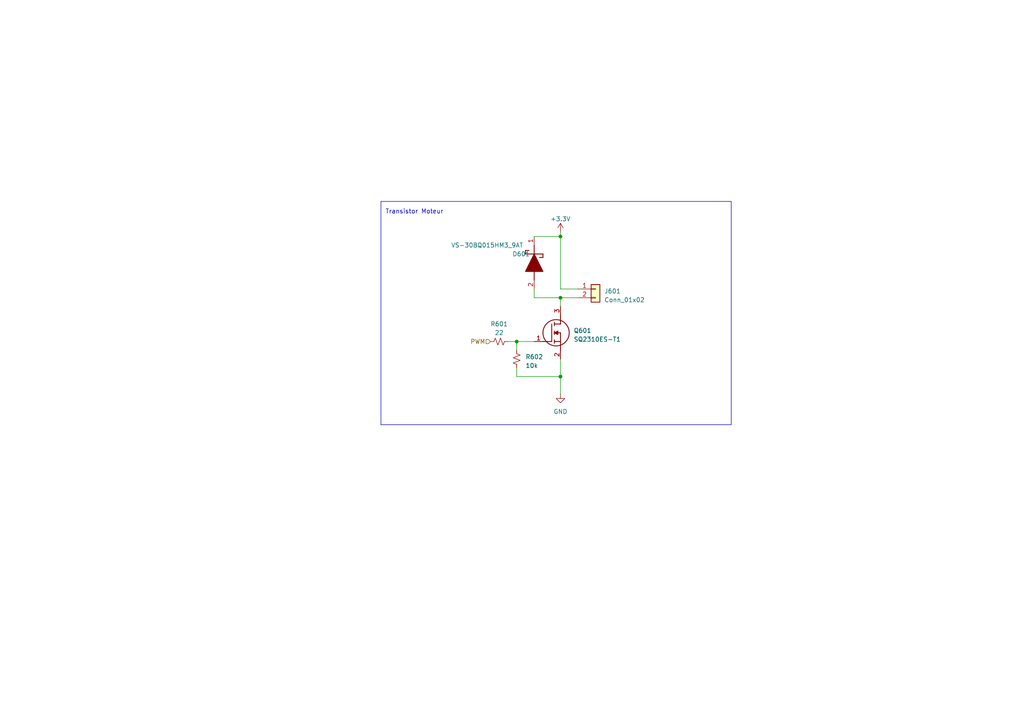
<source format=kicad_sch>
(kicad_sch (version 20230121) (generator eeschema)
  (paper "A4")
  (lib_symbols
    (symbol "Connector_Generic:Conn_01x02" (pin_names (offset 1.016) hide)
      (property "Reference" "J" (at 0 2.54 0))
      (property "Value" "Conn_01x02" (at 0 -5.08 0))
      (symbol "Conn_01x02_1_1"
        (rectangle (start -1.27 -2.413) (end 0 -2.667) (stroke (width 0.1524)))
        (rectangle (start -1.27 0.127) (end 0 -0.127) (stroke (width 0.1524)))
        (rectangle (start -1.27 1.27) (end 1.27 -3.81) (stroke (width 0.254)) (fill (type background)))
        (pin passive line (at -5.08 0 0) (length 3.81) (name "Pin_1") (number "1"))
        (pin passive line (at -5.08 -2.54 0) (length 3.81) (name "Pin_2") (number "2"))
      )
    )
    (symbol "Device:R_Small_US" (pin_numbers hide) (pin_names (offset 0.254) hide)
      (property "Reference" "R" (at 0.762 0.508 0))
      (property "Value" "R_Small_US" (at 0.762 -1.016 0))
      (symbol "R_Small_US_1_1"
        (polyline (pts (xy 0 0) (xy 1.016 -0.381) (xy 0 -0.762) (xy -1.016 -1.143) (xy 0 -1.524)))
        (polyline (pts (xy 0 1.524) (xy 1.016 1.143) (xy 0 0.762) (xy -1.016 0.381) (xy 0 0)))
        (pin passive line (at 0 2.54 270) (length 1.016) (name "~") (number "1"))
        (pin passive line (at 0 -2.54 90) (length 1.016) (name "~") (number "2"))
      )
    )
    (symbol "SQ2310ES-T1:SQ2310ES-T1" (pin_names hide)
      (property "Reference" "Q" (at 11.43 3.81 0))
      (property "Value" "SQ2310ES-T1" (at 11.43 1.27 0))
      (symbol "SQ2310ES-T1_1_1"
        (polyline (pts (xy 2.54 0) (xy 5.08 0)) (stroke (width 0.254)))
        (polyline (pts (xy 5.08 5.08) (xy 5.08 0)) (stroke (width 0.254)))
        (polyline (pts (xy 5.842 -0.508) (xy 5.842 0.508)) (stroke (width 0.254)))
        (polyline (pts (xy 5.842 0) (xy 7.62 0)) (stroke (width 0.254)))
        (polyline (pts (xy 5.842 2.032) (xy 5.842 3.048)) (stroke (width 0.254)))
        (polyline (pts (xy 5.842 5.588) (xy 5.842 4.572)) (stroke (width 0.254)))
        (polyline (pts (xy 7.62 2.54) (xy 5.842 2.54)) (stroke (width 0.254)))
        (polyline (pts (xy 7.62 2.54) (xy 7.62 -2.54)) (stroke (width 0.254)))
        (polyline (pts (xy 7.62 5.08) (xy 5.842 5.08)) (stroke (width 0.254)))
        (polyline (pts (xy 7.62 5.08) (xy 7.62 7.62)) (stroke (width 0.254)))
        (polyline (pts (xy 5.842 2.54) (xy 6.858 3.048) (xy 6.858 2.032) (xy 5.842 2.54)) (stroke (width 0.254)) (fill (type outline)))
        (circle (center 6.35 2.54) (radius 3.81) (stroke (width 0.254)))
        (pin passive line (at 0 0 0) (length 2.54) (name "G") (number "1"))
        (pin passive line (at 7.62 -5.08 90) (length 2.54) (name "S") (number "2"))
        (pin passive line (at 7.62 10.16 270) (length 2.54) (name "D") (number "3"))
      )
    )
    (symbol "VS-30BQ015HM3_9AT:VS-30BQ015HM3_9AT" (pin_names hide)
      (property "Reference" "D" (at 12.7 8.89 0))
      (property "Value" "VS-30BQ015HM3_9AT" (at 12.7 6.35 0))
      (symbol "VS-30BQ015HM3_9AT_1_1"
        (polyline (pts (xy 5.08 0) (xy 7.62 0)) (stroke (width 0.254)))
        (polyline (pts (xy 6.604 -1.524) (xy 6.604 -2.54)) (stroke (width 0.254)))
        (polyline (pts (xy 7.62 -2.54) (xy 6.604 -2.54)) (stroke (width 0.254)))
        (polyline (pts (xy 7.62 2.54) (xy 7.62 -2.54)) (stroke (width 0.254)))
        (polyline (pts (xy 7.62 2.54) (xy 8.636 2.54)) (stroke (width 0.254)))
        (polyline (pts (xy 8.636 1.524) (xy 8.636 2.54)) (stroke (width 0.254)))
        (polyline (pts (xy 12.7 0) (xy 15.24 0)) (stroke (width 0.254)))
        (polyline (pts (xy 7.62 0) (xy 12.7 2.54) (xy 12.7 -2.54) (xy 7.62 0)) (stroke (width 0.254)) (fill (type outline)))
        (pin passive line (at 2.54 0 0) (length 2.54) (name "K") (number "1"))
        (pin passive line (at 17.78 0 180) (length 2.54) (name "A") (number "2"))
      )
    )
    (symbol "power:+3.3V" (power) (pin_names (offset 0))
      (property "Value" "+3.3V" (at 0 3.556 0))
      (symbol "+3.3V_0_1"
        (polyline (pts (xy -0.762 1.27) (xy 0 2.54)))
        (polyline (pts (xy 0 0) (xy 0 2.54)))
        (polyline (pts (xy 0 2.54) (xy 0.762 1.27)))
      )
      (symbol "+3.3V_1_1"
        (pin power_in line (at 0 0 90) (length 0) hide (name "+3.3V") (number "1"))
      )
    )
    (symbol "power:GND" (power) (pin_names (offset 0))
      (property "Value" "GND" (at 0 -3.81 0))
      (symbol "GND_0_1"
        (polyline (pts (xy 0 0) (xy 0 -1.27) (xy 1.27 -1.27) (xy 0 -2.54) (xy -1.27 -1.27) (xy 0 -1.27)))
      )
      (symbol "GND_1_1"
        (pin power_in line (at 0 0 270) (length 0) hide (name "GND") (number "1"))
      )
    )
  )
  (junction (at 162.56 68.58))
  (junction (at 162.56 86.36))
  (junction (at 162.56 109.22))
  (junction (at 149.86 99.06))
  (wire (pts (xy 162.56 83.82) (xy 167.64 83.82)))
  (wire (pts (xy 162.56 104.14) (xy 162.56 109.22)))
  (wire (pts (xy 154.94 83.82) (xy 154.94 86.36)))
  (wire (pts (xy 154.94 68.58) (xy 162.56 68.58)))
  (wire (pts (xy 162.56 109.22) (xy 162.56 114.3)))
  (wire (pts (xy 147.32 99.06) (xy 149.86 99.06)))
  (polyline (pts (xy 110.49 58.42) (xy 110.49 123.19)))
  (wire (pts (xy 162.56 68.58) (xy 162.56 83.82)))
  (wire (pts (xy 149.86 99.06) (xy 154.94 99.06)))
  (wire (pts (xy 154.94 86.36) (xy 162.56 86.36)))
  (wire (pts (xy 149.86 101.6) (xy 149.86 99.06)))
  (polyline (pts (xy 212.09 123.19) (xy 110.49 123.19)))
  (wire (pts (xy 149.86 109.22) (xy 162.56 109.22)))
  (wire (pts (xy 149.86 106.68) (xy 149.86 109.22)))
  (wire (pts (xy 162.56 86.36) (xy 162.56 88.9)))
  (polyline (pts (xy 110.49 58.42) (xy 212.09 58.42)))
  (polyline (pts (xy 212.09 58.42) (xy 212.09 123.19)))
  (wire (pts (xy 162.56 86.36) (xy 167.64 86.36)))
  (wire (pts (xy 162.56 67.31) (xy 162.56 68.58)))
  (text "Transistor Moteur" (at 111.76 62.23 0) (effects (font (size 1.27 1.27)) (justify left bottom)))
  (hierarchical_label "PWM" (shape input) (at 142.24 99.06 180))
  (symbol (lib_id "power:+3.3V") (at 162.56 67.31 0) (unit 1)
    (property "Reference" "#PWR0601" (effects hide))
    (property "Value" "+3.3V" (at 162.56 63.5 0))
  )
  (symbol (lib_id "Device:R_Small_US") (at 144.78 99.06 90) (unit 1)
    (property "Reference" "R601" (at 144.78 93.98 90))
    (property "Value" "22" (at 144.78 96.52 90))
    (property "Footprint" "Resistor_SMD:R_0402_1005Metric" (effects hide))
  )
  (symbol (lib_id "Device:R_Small_US") (at 149.86 104.14 0) (unit 1)
    (property "Reference" "R602" (at 152.4 103.505 0) (effects (justify left)))
    (property "Value" "10k" (at 152.4 106.045 0) (effects (justify left)))
    (property "Footprint" "Resistor_SMD:R_0402_1005Metric" (effects hide))
  )
  (symbol (lib_id "Connector_Generic:Conn_01x02") (at 172.72 83.82 0) (unit 1)
    (property "Reference" "J601" (at 175.26 84.455 0) (effects (justify left)))
    (property "Value" "Conn_01x02" (at 175.26 86.995 0) (effects (justify left)))
    (property "Footprint" "Connector_PinHeader_1.27mm:PinHeader_1x02_P1.27mm_Vertical" (effects hide))
  )
  (symbol (lib_id "power:GND") (at 162.56 114.3 0) (unit 1)
    (property "Reference" "#PWR0602" (effects hide))
    (property "Value" "GND" (at 162.56 119.38 0))
  )
  (symbol (lib_id "SQ2310ES-T1:SQ2310ES-T1") (at 154.94 99.06 0) (unit 1)
    (property "Reference" "Q601" (at 166.37 95.885 0) (effects (justify left)))
    (property "Value" "SQ2310ES-T1" (at 166.37 98.425 0) (effects (justify left)))
    (property "Footprint" "mod:SOT95P237X112-3N" (effects hide))
    (property "Datasheet" "https://www.vishay.com/doc?67036" (effects hide))
    (property "Height" "1.12" (effects hide))
    (property "Manufacturer_Name" "Vishay" (effects hide))
    (property "Manufacturer_Part_Number" "SQ2310ES-T1" (effects hide))
  )
  (symbol (lib_id "VS-30BQ015HM3_9AT:VS-30BQ015HM3_9AT") (at 154.94 66.04 270) (unit 1)
    (property "Reference" "D601" (at 148.59 73.66 90) (effects (justify left)))
    (property "Value" "VS-30BQ015HM3_9AT" (at 130.81 71.12 90) (effects (justify left)))
    (property "Footprint" "mod:DIOM7959X262N" (effects hide))
    (property "Datasheet" "https://www.vishay.com/docs/94842/vs-30bq015hm3.pdf" (effects hide))
    (property "Height" "2.62" (effects hide))
    (property "Manufacturer_Name" "Vishay" (effects hide))
    (property "Manufacturer_Part_Number" "VS-30BQ015HM3/9AT" (effects hide))
    (property "Mouser Part Number" "78-VS-30BQ015HM39AT" (effects hide))
    (property "Mouser Price/Stock" "https://www.mouser.co.uk/ProductDetail/Vishay-Semiconductors/VS-30BQ015HM3-9AT?qs=3SS1MhAOHqoxJr5%2F3aw8DA%3D%3D" (effects hide))
  )
)
</source>
